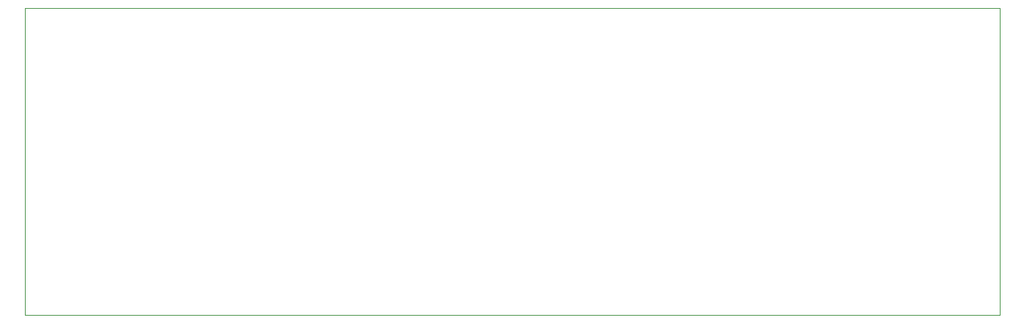
<source format=gbr>
%TF.GenerationSoftware,KiCad,Pcbnew,5.1.9-73d0e3b20d~88~ubuntu20.04.1*%
%TF.CreationDate,2021-01-19T19:28:40-06:00*%
%TF.ProjectId,typring-kicad,74797072-696e-4672-9d6b-696361642e6b,rev?*%
%TF.SameCoordinates,Original*%
%TF.FileFunction,Profile,NP*%
%FSLAX46Y46*%
G04 Gerber Fmt 4.6, Leading zero omitted, Abs format (unit mm)*
G04 Created by KiCad (PCBNEW 5.1.9-73d0e3b20d~88~ubuntu20.04.1) date 2021-01-19 19:28:40*
%MOMM*%
%LPD*%
G01*
G04 APERTURE LIST*
%TA.AperFunction,Profile*%
%ADD10C,0.100000*%
%TD*%
G04 APERTURE END LIST*
D10*
X181000000Y-18500000D02*
X181000000Y-54000000D01*
X68500000Y-18500000D02*
X181000000Y-18500000D01*
X68500000Y-54000000D02*
X68500000Y-18500000D01*
X181000000Y-54000000D02*
X68500000Y-54000000D01*
M02*

</source>
